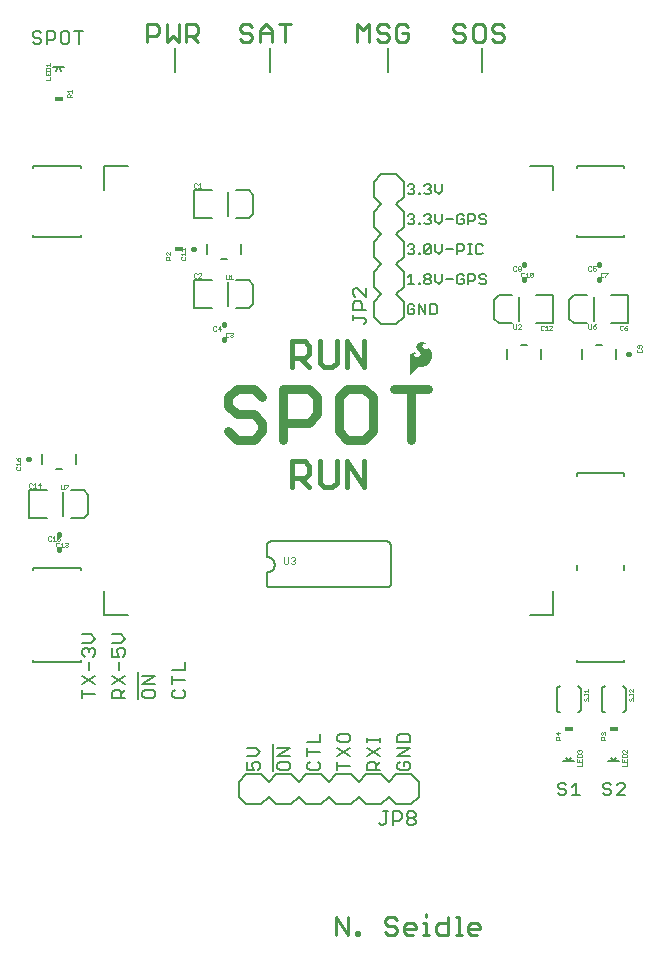
<source format=gbr>
G04 EAGLE Gerber RS-274X export*
G75*
%MOMM*%
%FSLAX34Y34*%
%LPD*%
%INSilkscreen Top*%
%IPPOS*%
%AMOC8*
5,1,8,0,0,1.08239X$1,22.5*%
G01*
%ADD10C,0.279400*%
%ADD11C,0.203200*%
%ADD12C,0.152400*%
%ADD13C,0.406400*%
%ADD14C,0.025400*%
%ADD15C,0.127000*%
%ADD16R,0.711200X0.406400*%
%ADD17C,0.762000*%
%ADD18C,0.381000*%
%ADD19C,0.050800*%

G36*
X342910Y373281D02*
X342910Y373281D01*
X342914Y373279D01*
X342984Y373315D01*
X342994Y373320D01*
X342995Y373321D01*
X347867Y378803D01*
X348721Y379585D01*
X349711Y380174D01*
X350062Y380301D01*
X350430Y380366D01*
X352705Y380366D01*
X352710Y380368D01*
X352716Y380366D01*
X354080Y380490D01*
X354090Y380496D01*
X354102Y380494D01*
X355421Y380862D01*
X355429Y380870D01*
X355442Y380871D01*
X356672Y381471D01*
X356679Y381478D01*
X356690Y381481D01*
X357847Y382298D01*
X357852Y382306D01*
X357861Y382309D01*
X358892Y383281D01*
X358895Y383289D01*
X358901Y383291D01*
X358902Y383293D01*
X358904Y383294D01*
X359789Y384401D01*
X359791Y384411D01*
X359800Y384418D01*
X360747Y386099D01*
X360748Y386110D01*
X360756Y386120D01*
X361384Y387944D01*
X361383Y387955D01*
X361390Y387966D01*
X361678Y389873D01*
X361675Y389884D01*
X361680Y389896D01*
X361678Y389948D01*
X361670Y390200D01*
X361666Y390326D01*
X361666Y390327D01*
X361658Y390579D01*
X361650Y390832D01*
X361646Y390958D01*
X361638Y391210D01*
X361627Y391589D01*
X361619Y391824D01*
X361615Y391833D01*
X361617Y391845D01*
X361410Y392884D01*
X361405Y392892D01*
X361405Y392903D01*
X361047Y393900D01*
X361041Y393907D01*
X361040Y393918D01*
X360538Y394852D01*
X360529Y394859D01*
X360526Y394871D01*
X359619Y396008D01*
X359608Y396014D01*
X359601Y396027D01*
X358475Y396948D01*
X358432Y396960D01*
X358391Y396976D01*
X358386Y396974D01*
X358380Y396975D01*
X358342Y396954D01*
X358302Y396935D01*
X358299Y396929D01*
X358295Y396927D01*
X358287Y396898D01*
X358269Y396850D01*
X358269Y395970D01*
X358253Y395850D01*
X358209Y395747D01*
X357935Y395407D01*
X357574Y395159D01*
X357400Y395094D01*
X356862Y395036D01*
X356332Y395134D01*
X355844Y395383D01*
X354942Y396034D01*
X354530Y396388D01*
X354179Y396798D01*
X353896Y397256D01*
X353690Y397750D01*
X353631Y398050D01*
X353643Y398353D01*
X353800Y398872D01*
X354086Y399332D01*
X354481Y399702D01*
X354962Y399957D01*
X355452Y400096D01*
X355963Y400153D01*
X356566Y400153D01*
X356567Y400153D01*
X356589Y400162D01*
X356657Y400191D01*
X356692Y400283D01*
X356688Y400292D01*
X356654Y400368D01*
X356652Y400371D01*
X356651Y400372D01*
X356650Y400373D01*
X356629Y400393D01*
X356622Y400396D01*
X356618Y400404D01*
X356183Y400742D01*
X356168Y400746D01*
X356156Y400758D01*
X355652Y400979D01*
X355651Y400979D01*
X355295Y401131D01*
X355067Y401232D01*
X355057Y401233D01*
X355047Y401239D01*
X354169Y401459D01*
X354160Y401458D01*
X354150Y401462D01*
X353250Y401548D01*
X353240Y401544D01*
X353228Y401548D01*
X352360Y401482D01*
X352349Y401476D01*
X352336Y401477D01*
X351496Y401246D01*
X351486Y401238D01*
X351473Y401237D01*
X350693Y400849D01*
X350686Y400841D01*
X350675Y400838D01*
X349898Y400278D01*
X349894Y400271D01*
X349885Y400267D01*
X349189Y399609D01*
X349184Y399598D01*
X349173Y399590D01*
X348742Y398987D01*
X348739Y398972D01*
X348727Y398959D01*
X348460Y398267D01*
X348460Y398251D01*
X348452Y398236D01*
X348365Y397499D01*
X348370Y397484D01*
X348366Y397467D01*
X348465Y396732D01*
X348473Y396719D01*
X348473Y396702D01*
X348753Y396014D01*
X348762Y396005D01*
X348765Y395991D01*
X349952Y394233D01*
X349960Y394228D01*
X349964Y394217D01*
X351417Y392676D01*
X351787Y392241D01*
X352027Y391738D01*
X352129Y391190D01*
X352086Y390634D01*
X351900Y390109D01*
X351585Y389649D01*
X351160Y389284D01*
X350617Y388991D01*
X350031Y388793D01*
X349421Y388696D01*
X348710Y388731D01*
X348032Y388938D01*
X347426Y389303D01*
X347113Y389631D01*
X346907Y390035D01*
X346814Y390451D01*
X346814Y390879D01*
X346907Y391294D01*
X346979Y391432D01*
X347097Y391546D01*
X347921Y392145D01*
X348054Y392216D01*
X348192Y392244D01*
X348350Y392228D01*
X348393Y392242D01*
X348438Y392253D01*
X348440Y392257D01*
X348444Y392258D01*
X348464Y392299D01*
X348487Y392338D01*
X348486Y392342D01*
X348488Y392346D01*
X348473Y392389D01*
X348460Y392433D01*
X348457Y392435D01*
X348456Y392439D01*
X348418Y392458D01*
X348382Y392479D01*
X347899Y392555D01*
X347894Y392554D01*
X347889Y392556D01*
X346949Y392629D01*
X346940Y392626D01*
X346929Y392629D01*
X345989Y392556D01*
X345979Y392551D01*
X345967Y392552D01*
X345268Y392368D01*
X345258Y392360D01*
X345244Y392359D01*
X344596Y392038D01*
X344588Y392029D01*
X344574Y392025D01*
X344004Y391580D01*
X343998Y391569D01*
X343986Y391563D01*
X343516Y391013D01*
X343512Y391001D01*
X343501Y390992D01*
X343100Y390260D01*
X343099Y390247D01*
X343090Y390236D01*
X342850Y389437D01*
X342851Y389424D01*
X342845Y389411D01*
X342775Y388580D01*
X342777Y388574D01*
X342775Y388569D01*
X342775Y373405D01*
X342777Y373400D01*
X342775Y373396D01*
X342796Y373356D01*
X342813Y373314D01*
X342818Y373313D01*
X342820Y373308D01*
X342863Y373295D01*
X342905Y373279D01*
X342910Y373281D01*
G37*
D10*
X280797Y-100203D02*
X280797Y-85204D01*
X290796Y-100203D01*
X290796Y-85204D01*
X297169Y-97703D02*
X297169Y-100203D01*
X297169Y-97703D02*
X299668Y-97703D01*
X299668Y-100203D01*
X297169Y-100203D01*
X329225Y-85204D02*
X331725Y-87704D01*
X329225Y-85204D02*
X324226Y-85204D01*
X321726Y-87704D01*
X321726Y-90204D01*
X324226Y-92704D01*
X329225Y-92704D01*
X331725Y-95203D01*
X331725Y-97703D01*
X329225Y-100203D01*
X324226Y-100203D01*
X321726Y-97703D01*
X340597Y-100203D02*
X345597Y-100203D01*
X340597Y-100203D02*
X338097Y-97703D01*
X338097Y-92704D01*
X340597Y-90204D01*
X345597Y-90204D01*
X348097Y-92704D01*
X348097Y-95203D01*
X338097Y-95203D01*
X354469Y-90204D02*
X356969Y-90204D01*
X356969Y-100203D01*
X354469Y-100203D02*
X359469Y-100203D01*
X356969Y-85204D02*
X356969Y-82704D01*
X375383Y-85204D02*
X375383Y-100203D01*
X367883Y-100203D01*
X365383Y-97703D01*
X365383Y-92704D01*
X367883Y-90204D01*
X375383Y-90204D01*
X381755Y-85204D02*
X384255Y-85204D01*
X384255Y-100203D01*
X381755Y-100203D02*
X386755Y-100203D01*
X395169Y-100203D02*
X400169Y-100203D01*
X395169Y-100203D02*
X392669Y-97703D01*
X392669Y-92704D01*
X395169Y-90204D01*
X400169Y-90204D01*
X402669Y-92704D01*
X402669Y-95203D01*
X392669Y-95203D01*
D11*
X30994Y662694D02*
X29215Y664473D01*
X25656Y664473D01*
X23876Y662694D01*
X23876Y660914D01*
X25656Y659135D01*
X29215Y659135D01*
X30994Y657355D01*
X30994Y655576D01*
X29215Y653796D01*
X25656Y653796D01*
X23876Y655576D01*
X35570Y653796D02*
X35570Y664473D01*
X40909Y664473D01*
X42688Y662694D01*
X42688Y659135D01*
X40909Y657355D01*
X35570Y657355D01*
X49043Y664473D02*
X52603Y664473D01*
X49043Y664473D02*
X47264Y662694D01*
X47264Y655576D01*
X49043Y653796D01*
X52603Y653796D01*
X54382Y655576D01*
X54382Y662694D01*
X52603Y664473D01*
X62517Y664473D02*
X62517Y653796D01*
X58958Y664473D02*
X66076Y664473D01*
X334256Y46234D02*
X332477Y44455D01*
X332477Y40896D01*
X334256Y39116D01*
X341375Y39116D01*
X343154Y40896D01*
X343154Y44455D01*
X341375Y46234D01*
X337815Y46234D01*
X337815Y42675D01*
X332477Y50810D02*
X343154Y50810D01*
X343154Y57928D02*
X332477Y50810D01*
X332477Y57928D02*
X343154Y57928D01*
X343154Y62504D02*
X332477Y62504D01*
X343154Y62504D02*
X343154Y67843D01*
X341375Y69622D01*
X334256Y69622D01*
X332477Y67843D01*
X332477Y62504D01*
X292354Y42675D02*
X281677Y42675D01*
X281677Y39116D02*
X281677Y46234D01*
X281677Y50810D02*
X292354Y57928D01*
X292354Y50810D02*
X281677Y57928D01*
X281677Y64283D02*
X281677Y67843D01*
X281677Y64283D02*
X283456Y62504D01*
X290575Y62504D01*
X292354Y64283D01*
X292354Y67843D01*
X290575Y69622D01*
X283456Y69622D01*
X281677Y67843D01*
X307077Y39116D02*
X317754Y39116D01*
X307077Y39116D02*
X307077Y44455D01*
X308856Y46234D01*
X312415Y46234D01*
X314195Y44455D01*
X314195Y39116D01*
X314195Y42675D02*
X317754Y46234D01*
X307077Y50810D02*
X317754Y57928D01*
X317754Y50810D02*
X307077Y57928D01*
X317754Y62504D02*
X317754Y66063D01*
X317754Y64283D02*
X307077Y64283D01*
X307077Y62504D02*
X307077Y66063D01*
X258056Y46234D02*
X256277Y44455D01*
X256277Y40896D01*
X258056Y39116D01*
X265175Y39116D01*
X266954Y40896D01*
X266954Y44455D01*
X265175Y46234D01*
X266954Y54369D02*
X256277Y54369D01*
X256277Y50810D02*
X256277Y57928D01*
X256277Y62504D02*
X266954Y62504D01*
X266954Y69622D01*
X226822Y61488D02*
X226822Y38100D01*
X230877Y40896D02*
X230877Y44455D01*
X230877Y40896D02*
X232656Y39116D01*
X239775Y39116D01*
X241554Y40896D01*
X241554Y44455D01*
X239775Y46234D01*
X232656Y46234D01*
X230877Y44455D01*
X230877Y50810D02*
X241554Y50810D01*
X241554Y57928D02*
X230877Y50810D01*
X230877Y57928D02*
X241554Y57928D01*
X205477Y46234D02*
X205477Y39116D01*
X210815Y39116D01*
X209036Y42675D01*
X209036Y44455D01*
X210815Y46234D01*
X214375Y46234D01*
X216154Y44455D01*
X216154Y40896D01*
X214375Y39116D01*
X212595Y50810D02*
X205477Y50810D01*
X212595Y50810D02*
X216154Y54369D01*
X212595Y57928D01*
X205477Y57928D01*
D12*
X346884Y432145D02*
X345444Y433585D01*
X342563Y433585D01*
X341122Y432145D01*
X341122Y426383D01*
X342563Y424942D01*
X345444Y424942D01*
X346884Y426383D01*
X346884Y429264D01*
X344003Y429264D01*
X350477Y433585D02*
X350477Y424942D01*
X356239Y424942D02*
X350477Y433585D01*
X356239Y433585D02*
X356239Y424942D01*
X359832Y424942D02*
X359832Y433585D01*
X359832Y424942D02*
X364154Y424942D01*
X365595Y426383D01*
X365595Y432145D01*
X364154Y433585D01*
X359832Y433585D01*
X341122Y456104D02*
X344003Y458985D01*
X344003Y450342D01*
X341122Y450342D02*
X346884Y450342D01*
X350477Y450342D02*
X350477Y451783D01*
X351918Y451783D01*
X351918Y450342D01*
X350477Y450342D01*
X355155Y457545D02*
X356595Y458985D01*
X359476Y458985D01*
X360917Y457545D01*
X360917Y456104D01*
X359476Y454664D01*
X360917Y453223D01*
X360917Y451783D01*
X359476Y450342D01*
X356595Y450342D01*
X355155Y451783D01*
X355155Y453223D01*
X356595Y454664D01*
X355155Y456104D01*
X355155Y457545D01*
X356595Y454664D02*
X359476Y454664D01*
X364510Y453223D02*
X364510Y458985D01*
X364510Y453223D02*
X367391Y450342D01*
X370272Y453223D01*
X370272Y458985D01*
X373865Y454664D02*
X379627Y454664D01*
X387542Y458985D02*
X388983Y457545D01*
X387542Y458985D02*
X384661Y458985D01*
X383220Y457545D01*
X383220Y451783D01*
X384661Y450342D01*
X387542Y450342D01*
X388983Y451783D01*
X388983Y454664D01*
X386101Y454664D01*
X392576Y450342D02*
X392576Y458985D01*
X396897Y458985D01*
X398338Y457545D01*
X398338Y454664D01*
X396897Y453223D01*
X392576Y453223D01*
X406252Y458985D02*
X407693Y457545D01*
X406252Y458985D02*
X403371Y458985D01*
X401931Y457545D01*
X401931Y456104D01*
X403371Y454664D01*
X406252Y454664D01*
X407693Y453223D01*
X407693Y451783D01*
X406252Y450342D01*
X403371Y450342D01*
X401931Y451783D01*
X342563Y484385D02*
X341122Y482945D01*
X342563Y484385D02*
X345444Y484385D01*
X346884Y482945D01*
X346884Y481504D01*
X345444Y480064D01*
X344003Y480064D01*
X345444Y480064D02*
X346884Y478623D01*
X346884Y477183D01*
X345444Y475742D01*
X342563Y475742D01*
X341122Y477183D01*
X350477Y477183D02*
X350477Y475742D01*
X350477Y477183D02*
X351918Y477183D01*
X351918Y475742D01*
X350477Y475742D01*
X355155Y477183D02*
X355155Y482945D01*
X356595Y484385D01*
X359476Y484385D01*
X360917Y482945D01*
X360917Y477183D01*
X359476Y475742D01*
X356595Y475742D01*
X355155Y477183D01*
X360917Y482945D01*
X364510Y484385D02*
X364510Y478623D01*
X367391Y475742D01*
X370272Y478623D01*
X370272Y484385D01*
X373865Y480064D02*
X379627Y480064D01*
X383220Y484385D02*
X383220Y475742D01*
X383220Y484385D02*
X387542Y484385D01*
X388983Y482945D01*
X388983Y480064D01*
X387542Y478623D01*
X383220Y478623D01*
X392576Y475742D02*
X395457Y475742D01*
X394016Y475742D02*
X394016Y484385D01*
X392576Y484385D02*
X395457Y484385D01*
X403134Y484385D02*
X404575Y482945D01*
X403134Y484385D02*
X400253Y484385D01*
X398812Y482945D01*
X398812Y477183D01*
X400253Y475742D01*
X403134Y475742D01*
X404575Y477183D01*
X342563Y535185D02*
X341122Y533745D01*
X342563Y535185D02*
X345444Y535185D01*
X346884Y533745D01*
X346884Y532304D01*
X345444Y530864D01*
X344003Y530864D01*
X345444Y530864D02*
X346884Y529423D01*
X346884Y527983D01*
X345444Y526542D01*
X342563Y526542D01*
X341122Y527983D01*
X350477Y527983D02*
X350477Y526542D01*
X350477Y527983D02*
X351918Y527983D01*
X351918Y526542D01*
X350477Y526542D01*
X355155Y533745D02*
X356595Y535185D01*
X359476Y535185D01*
X360917Y533745D01*
X360917Y532304D01*
X359476Y530864D01*
X358036Y530864D01*
X359476Y530864D02*
X360917Y529423D01*
X360917Y527983D01*
X359476Y526542D01*
X356595Y526542D01*
X355155Y527983D01*
X364510Y529423D02*
X364510Y535185D01*
X364510Y529423D02*
X367391Y526542D01*
X370272Y529423D01*
X370272Y535185D01*
D11*
X101854Y100076D02*
X91177Y100076D01*
X91177Y105415D01*
X92956Y107194D01*
X96515Y107194D01*
X98295Y105415D01*
X98295Y100076D01*
X98295Y103635D02*
X101854Y107194D01*
X91177Y111770D02*
X101854Y118888D01*
X101854Y111770D02*
X91177Y118888D01*
X96515Y123464D02*
X96515Y130582D01*
X91177Y135158D02*
X91177Y142276D01*
X91177Y135158D02*
X96515Y135158D01*
X94736Y138717D01*
X94736Y140496D01*
X96515Y142276D01*
X100075Y142276D01*
X101854Y140496D01*
X101854Y136937D01*
X100075Y135158D01*
X98295Y146852D02*
X91177Y146852D01*
X98295Y146852D02*
X101854Y150411D01*
X98295Y153970D01*
X91177Y153970D01*
X76454Y103635D02*
X65777Y103635D01*
X65777Y100076D02*
X65777Y107194D01*
X65777Y111770D02*
X76454Y118888D01*
X76454Y111770D02*
X65777Y118888D01*
X71115Y123464D02*
X71115Y130582D01*
X67556Y135158D02*
X65777Y136937D01*
X65777Y140496D01*
X67556Y142276D01*
X69336Y142276D01*
X71115Y140496D01*
X71115Y138717D01*
X71115Y140496D02*
X72895Y142276D01*
X74675Y142276D01*
X76454Y140496D01*
X76454Y136937D01*
X74675Y135158D01*
X72895Y146852D02*
X65777Y146852D01*
X72895Y146852D02*
X76454Y150411D01*
X72895Y153970D01*
X65777Y153970D01*
X112522Y122448D02*
X112522Y99060D01*
X116577Y101856D02*
X116577Y105415D01*
X116577Y101856D02*
X118356Y100076D01*
X125475Y100076D01*
X127254Y101856D01*
X127254Y105415D01*
X125475Y107194D01*
X118356Y107194D01*
X116577Y105415D01*
X116577Y111770D02*
X127254Y111770D01*
X127254Y118888D02*
X116577Y111770D01*
X116577Y118888D02*
X127254Y118888D01*
X141977Y105415D02*
X143756Y107194D01*
X141977Y105415D02*
X141977Y101856D01*
X143756Y100076D01*
X150875Y100076D01*
X152654Y101856D01*
X152654Y105415D01*
X150875Y107194D01*
X152654Y115329D02*
X141977Y115329D01*
X141977Y111770D02*
X141977Y118888D01*
X141977Y123464D02*
X152654Y123464D01*
X152654Y130582D01*
D12*
X341122Y508345D02*
X342563Y509785D01*
X345444Y509785D01*
X346884Y508345D01*
X346884Y506904D01*
X345444Y505464D01*
X344003Y505464D01*
X345444Y505464D02*
X346884Y504023D01*
X346884Y502583D01*
X345444Y501142D01*
X342563Y501142D01*
X341122Y502583D01*
X350477Y502583D02*
X350477Y501142D01*
X350477Y502583D02*
X351918Y502583D01*
X351918Y501142D01*
X350477Y501142D01*
X355155Y508345D02*
X356595Y509785D01*
X359476Y509785D01*
X360917Y508345D01*
X360917Y506904D01*
X359476Y505464D01*
X358036Y505464D01*
X359476Y505464D02*
X360917Y504023D01*
X360917Y502583D01*
X359476Y501142D01*
X356595Y501142D01*
X355155Y502583D01*
X364510Y504023D02*
X364510Y509785D01*
X364510Y504023D02*
X367391Y501142D01*
X370272Y504023D01*
X370272Y509785D01*
X373865Y505464D02*
X379627Y505464D01*
X387542Y509785D02*
X388983Y508345D01*
X387542Y509785D02*
X384661Y509785D01*
X383220Y508345D01*
X383220Y502583D01*
X384661Y501142D01*
X387542Y501142D01*
X388983Y502583D01*
X388983Y505464D01*
X386101Y505464D01*
X392576Y501142D02*
X392576Y509785D01*
X396897Y509785D01*
X398338Y508345D01*
X398338Y505464D01*
X396897Y504023D01*
X392576Y504023D01*
X406252Y509785D02*
X407693Y508345D01*
X406252Y509785D02*
X403371Y509785D01*
X401931Y508345D01*
X401931Y506904D01*
X403371Y505464D01*
X406252Y505464D01*
X407693Y504023D01*
X407693Y502583D01*
X406252Y501142D01*
X403371Y501142D01*
X401931Y502583D01*
D11*
X473715Y28203D02*
X475494Y26424D01*
X473715Y28203D02*
X470156Y28203D01*
X468376Y26424D01*
X468376Y24644D01*
X470156Y22865D01*
X473715Y22865D01*
X475494Y21085D01*
X475494Y19306D01*
X473715Y17526D01*
X470156Y17526D01*
X468376Y19306D01*
X480070Y24644D02*
X483629Y28203D01*
X483629Y17526D01*
X480070Y17526D02*
X487188Y17526D01*
X511815Y28203D02*
X513594Y26424D01*
X511815Y28203D02*
X508256Y28203D01*
X506476Y26424D01*
X506476Y24644D01*
X508256Y22865D01*
X511815Y22865D01*
X513594Y21085D01*
X513594Y19306D01*
X511815Y17526D01*
X508256Y17526D01*
X506476Y19306D01*
X518170Y17526D02*
X525288Y17526D01*
X518170Y17526D02*
X525288Y24644D01*
X525288Y26424D01*
X523509Y28203D01*
X519949Y28203D01*
X518170Y26424D01*
D13*
X185420Y416255D02*
X185420Y416865D01*
D14*
X188859Y409451D02*
X189495Y408816D01*
X188859Y409451D02*
X187588Y409451D01*
X186953Y408816D01*
X186953Y406274D01*
X187588Y405638D01*
X188859Y405638D01*
X189495Y406274D01*
X190695Y408816D02*
X191330Y409451D01*
X192602Y409451D01*
X193237Y408816D01*
X193237Y408180D01*
X192602Y407545D01*
X191966Y407545D01*
X192602Y407545D02*
X193237Y406909D01*
X193237Y406274D01*
X192602Y405638D01*
X191330Y405638D01*
X190695Y406274D01*
D11*
X175420Y429960D02*
X160420Y429960D01*
X160420Y453960D01*
X175420Y453960D01*
X195420Y429960D02*
X206420Y429960D01*
X210420Y433960D01*
X210420Y449960D01*
X206420Y453960D01*
X195420Y453960D01*
D15*
X189230Y452120D02*
X189230Y431800D01*
D14*
X162689Y459075D02*
X162054Y459710D01*
X160783Y459710D01*
X160147Y459075D01*
X160147Y456533D01*
X160783Y455897D01*
X162054Y455897D01*
X162689Y456533D01*
X163889Y455897D02*
X166431Y455897D01*
X163889Y455897D02*
X166431Y458439D01*
X166431Y459075D01*
X165796Y459710D01*
X164525Y459710D01*
X163889Y459075D01*
D16*
X45720Y607060D03*
D14*
X52829Y608593D02*
X56642Y608593D01*
X52829Y608593D02*
X52829Y610499D01*
X53464Y611135D01*
X54735Y611135D01*
X55371Y610499D01*
X55371Y608593D01*
X55371Y609864D02*
X56642Y611135D01*
X54100Y612335D02*
X52829Y613606D01*
X56642Y613606D01*
X56642Y612335D02*
X56642Y614877D01*
D11*
X50320Y634160D02*
X45720Y634160D01*
X41120Y634160D01*
X45720Y634160D02*
X48058Y631060D01*
X45466Y634006D02*
X43536Y631060D01*
D14*
X38608Y623697D02*
X34795Y623697D01*
X38608Y623697D02*
X38608Y626239D01*
X34795Y627439D02*
X34795Y629981D01*
X34795Y627439D02*
X38608Y627439D01*
X38608Y629981D01*
X36701Y628710D02*
X36701Y627439D01*
X34795Y631181D02*
X38608Y631181D01*
X38608Y633088D01*
X37972Y633723D01*
X35430Y633723D01*
X34795Y633088D01*
X34795Y631181D01*
X36066Y634923D02*
X34795Y636194D01*
X38608Y636194D01*
X38608Y634923D02*
X38608Y637465D01*
D13*
X185420Y404165D02*
X185420Y403555D01*
D14*
X179199Y414150D02*
X178564Y414785D01*
X177293Y414785D01*
X176657Y414150D01*
X176657Y411608D01*
X177293Y410972D01*
X178564Y410972D01*
X179199Y411608D01*
X182306Y410972D02*
X182306Y414785D01*
X180399Y412879D01*
X182941Y412879D01*
D11*
X171196Y475766D02*
X171196Y484354D01*
X199644Y484354D02*
X199644Y475766D01*
X188104Y471956D02*
X182736Y471956D01*
D14*
X186953Y458346D02*
X186953Y455169D01*
X187588Y454533D01*
X188859Y454533D01*
X189495Y455169D01*
X189495Y458346D01*
X190695Y457075D02*
X191966Y458346D01*
X191966Y454533D01*
X190695Y454533D02*
X193237Y454533D01*
D11*
X175420Y506160D02*
X160420Y506160D01*
X160420Y530160D01*
X175420Y530160D01*
X195420Y506160D02*
X206420Y506160D01*
X210420Y510160D01*
X210420Y526160D01*
X206420Y530160D01*
X195420Y530160D01*
D15*
X189230Y528320D02*
X189230Y508000D01*
D14*
X162689Y535275D02*
X162054Y535910D01*
X160783Y535910D01*
X160147Y535275D01*
X160147Y532733D01*
X160783Y532097D01*
X162054Y532097D01*
X162689Y532733D01*
X163889Y534639D02*
X165160Y535910D01*
X165160Y532097D01*
X163889Y532097D02*
X166431Y532097D01*
D11*
X484320Y130360D02*
X524320Y130360D01*
X524320Y132360D01*
X484320Y132360D02*
X484320Y130360D01*
X484320Y290360D02*
X524320Y290360D01*
X484320Y290360D02*
X484320Y288360D01*
X524320Y288360D02*
X524320Y290360D01*
X484320Y212360D02*
X484320Y208360D01*
X524320Y208360D02*
X524320Y212360D01*
X64320Y210360D02*
X24320Y210360D01*
X24320Y208360D01*
X64320Y208360D02*
X64320Y210360D01*
X64320Y130360D02*
X24320Y130360D01*
X64320Y130360D02*
X64320Y132360D01*
X24320Y132360D02*
X24320Y130360D01*
X24320Y490360D02*
X64320Y490360D01*
X64320Y492360D01*
X24320Y492360D02*
X24320Y490360D01*
X24320Y550360D02*
X64320Y550360D01*
X24320Y550360D02*
X24320Y548360D01*
X64320Y548360D02*
X64320Y550360D01*
X484320Y490360D02*
X524320Y490360D01*
X524320Y492360D01*
X484320Y492360D02*
X484320Y490360D01*
X484320Y550360D02*
X524320Y550360D01*
X484320Y550360D02*
X484320Y548360D01*
X524320Y548360D02*
X524320Y550360D01*
X224320Y630360D02*
X224320Y650360D01*
X324320Y650360D02*
X324320Y630360D01*
X404320Y630360D02*
X404320Y650360D01*
X144320Y650360D02*
X144320Y630360D01*
X84320Y550360D02*
X84320Y530360D01*
X84320Y550360D02*
X104320Y550360D01*
X444320Y550360D02*
X464320Y550360D01*
X464320Y530360D01*
X464320Y190360D02*
X464320Y170360D01*
X444320Y170360D01*
X104320Y170360D02*
X84320Y170360D01*
X84320Y190360D01*
D10*
X120777Y655447D02*
X120777Y670446D01*
X128276Y670446D01*
X130776Y667946D01*
X130776Y662946D01*
X128276Y660447D01*
X120777Y660447D01*
X137149Y655447D02*
X137149Y670446D01*
X142148Y660447D02*
X137149Y655447D01*
X142148Y660447D02*
X147148Y655447D01*
X147148Y670446D01*
X153520Y670446D02*
X153520Y655447D01*
X153520Y670446D02*
X161020Y670446D01*
X163519Y667946D01*
X163519Y662946D01*
X161020Y660447D01*
X153520Y660447D01*
X158520Y660447D02*
X163519Y655447D01*
X207016Y670446D02*
X209516Y667946D01*
X207016Y670446D02*
X202017Y670446D01*
X199517Y667946D01*
X199517Y665446D01*
X202017Y662946D01*
X207016Y662946D01*
X209516Y660447D01*
X209516Y657947D01*
X207016Y655447D01*
X202017Y655447D01*
X199517Y657947D01*
X215889Y655447D02*
X215889Y665446D01*
X220888Y670446D01*
X225888Y665446D01*
X225888Y655447D01*
X225888Y662946D02*
X215889Y662946D01*
X237260Y655447D02*
X237260Y670446D01*
X242259Y670446D02*
X232260Y670446D01*
X298577Y670446D02*
X298577Y655447D01*
X303577Y665446D02*
X298577Y670446D01*
X303577Y665446D02*
X308576Y670446D01*
X308576Y655447D01*
X322448Y670446D02*
X324948Y667946D01*
X322448Y670446D02*
X317448Y670446D01*
X314949Y667946D01*
X314949Y665446D01*
X317448Y662946D01*
X322448Y662946D01*
X324948Y660447D01*
X324948Y657947D01*
X322448Y655447D01*
X317448Y655447D01*
X314949Y657947D01*
X338820Y670446D02*
X341319Y667946D01*
X338820Y670446D02*
X333820Y670446D01*
X331320Y667946D01*
X331320Y657947D01*
X333820Y655447D01*
X338820Y655447D01*
X341319Y657947D01*
X341319Y662946D01*
X336320Y662946D01*
X387356Y670446D02*
X389856Y667946D01*
X387356Y670446D02*
X382357Y670446D01*
X379857Y667946D01*
X379857Y665446D01*
X382357Y662946D01*
X387356Y662946D01*
X389856Y660447D01*
X389856Y657947D01*
X387356Y655447D01*
X382357Y655447D01*
X379857Y657947D01*
X398728Y670446D02*
X403728Y670446D01*
X398728Y670446D02*
X396229Y667946D01*
X396229Y657947D01*
X398728Y655447D01*
X403728Y655447D01*
X406228Y657947D01*
X406228Y667946D01*
X403728Y670446D01*
X420100Y670446D02*
X422599Y667946D01*
X420100Y670446D02*
X415100Y670446D01*
X412600Y667946D01*
X412600Y665446D01*
X415100Y662946D01*
X420100Y662946D01*
X422599Y660447D01*
X422599Y657947D01*
X420100Y655447D01*
X415100Y655447D01*
X412600Y657947D01*
D17*
X210838Y361987D02*
X218041Y354784D01*
X210838Y361987D02*
X196433Y361987D01*
X189230Y354784D01*
X189230Y347581D01*
X196433Y340378D01*
X210838Y340378D01*
X218041Y333176D01*
X218041Y325973D01*
X210838Y318770D01*
X196433Y318770D01*
X189230Y325973D01*
X236006Y318770D02*
X236006Y361987D01*
X257614Y361987D01*
X264817Y354784D01*
X264817Y340378D01*
X257614Y333176D01*
X236006Y333176D01*
X289985Y361987D02*
X304390Y361987D01*
X289985Y361987D02*
X282782Y354784D01*
X282782Y325973D01*
X289985Y318770D01*
X304390Y318770D01*
X311593Y325973D01*
X311593Y354784D01*
X304390Y361987D01*
X343964Y361987D02*
X343964Y318770D01*
X329558Y361987D02*
X358369Y361987D01*
D18*
X243205Y380365D02*
X243205Y401973D01*
X254009Y401973D01*
X257611Y398372D01*
X257611Y391169D01*
X254009Y387568D01*
X243205Y387568D01*
X250408Y387568D02*
X257611Y380365D01*
X266593Y383966D02*
X266593Y401973D01*
X266593Y383966D02*
X270194Y380365D01*
X277397Y380365D01*
X280999Y383966D01*
X280999Y401973D01*
X289981Y401973D02*
X289981Y380365D01*
X304387Y380365D02*
X289981Y401973D01*
X304387Y401973D02*
X304387Y380365D01*
X243205Y300373D02*
X243205Y278765D01*
X243205Y300373D02*
X254009Y300373D01*
X257611Y296772D01*
X257611Y289569D01*
X254009Y285968D01*
X243205Y285968D01*
X250408Y285968D02*
X257611Y278765D01*
X266593Y282366D02*
X266593Y300373D01*
X266593Y282366D02*
X270194Y278765D01*
X277397Y278765D01*
X280999Y282366D01*
X280999Y300373D01*
X289981Y300373D02*
X289981Y278765D01*
X304387Y278765D02*
X289981Y300373D01*
X304387Y300373D02*
X304387Y278765D01*
D13*
X502920Y454355D02*
X502920Y454965D01*
D14*
X496699Y464950D02*
X496064Y465585D01*
X494793Y465585D01*
X494157Y464950D01*
X494157Y462408D01*
X494793Y461772D01*
X496064Y461772D01*
X496699Y462408D01*
X497899Y465585D02*
X500441Y465585D01*
X497899Y465585D02*
X497899Y463679D01*
X499170Y464314D01*
X499806Y464314D01*
X500441Y463679D01*
X500441Y462408D01*
X499806Y461772D01*
X498535Y461772D01*
X497899Y462408D01*
D11*
X512920Y441260D02*
X527920Y441260D01*
X527920Y417260D01*
X512920Y417260D01*
X492920Y441260D02*
X481920Y441260D01*
X477920Y437260D01*
X477920Y421260D01*
X481920Y417260D01*
X492920Y417260D01*
D15*
X499110Y419100D02*
X499110Y439420D01*
D14*
X522869Y415326D02*
X523505Y414691D01*
X522869Y415326D02*
X521598Y415326D01*
X520963Y414691D01*
X520963Y412149D01*
X521598Y411513D01*
X522869Y411513D01*
X523505Y412149D01*
X525976Y414691D02*
X527247Y415326D01*
X525976Y414691D02*
X524705Y413420D01*
X524705Y412149D01*
X525340Y411513D01*
X526612Y411513D01*
X527247Y412149D01*
X527247Y412784D01*
X526612Y413420D01*
X524705Y413420D01*
D13*
X502920Y467055D02*
X502920Y467665D01*
D14*
X506359Y460251D02*
X506995Y459616D01*
X506359Y460251D02*
X505088Y460251D01*
X504453Y459616D01*
X504453Y457074D01*
X505088Y456438D01*
X506359Y456438D01*
X506995Y457074D01*
X508195Y460251D02*
X510737Y460251D01*
X510737Y459616D01*
X508195Y457074D01*
X508195Y456438D01*
D13*
X439420Y454965D02*
X439420Y454355D01*
D14*
X433199Y464950D02*
X432564Y465585D01*
X431293Y465585D01*
X430657Y464950D01*
X430657Y462408D01*
X431293Y461772D01*
X432564Y461772D01*
X433199Y462408D01*
X434399Y464950D02*
X435035Y465585D01*
X436306Y465585D01*
X436941Y464950D01*
X436941Y464314D01*
X436306Y463679D01*
X436941Y463043D01*
X436941Y462408D01*
X436306Y461772D01*
X435035Y461772D01*
X434399Y462408D01*
X434399Y463043D01*
X435035Y463679D01*
X434399Y464314D01*
X434399Y464950D01*
X435035Y463679D02*
X436306Y463679D01*
D13*
X439420Y467055D02*
X439420Y467665D01*
D14*
X439117Y460251D02*
X439753Y459616D01*
X439117Y460251D02*
X437846Y460251D01*
X437211Y459616D01*
X437211Y457074D01*
X437846Y456438D01*
X439117Y456438D01*
X439753Y457074D01*
X440953Y458980D02*
X442224Y460251D01*
X442224Y456438D01*
X440953Y456438D02*
X443495Y456438D01*
X444695Y457074D02*
X444695Y459616D01*
X445330Y460251D01*
X446602Y460251D01*
X447237Y459616D01*
X447237Y457074D01*
X446602Y456438D01*
X445330Y456438D01*
X444695Y457074D01*
X447237Y459616D01*
D11*
X517144Y395454D02*
X517144Y386866D01*
X488696Y386866D02*
X488696Y395454D01*
X500236Y399264D02*
X505604Y399264D01*
D14*
X494157Y413513D02*
X494157Y416690D01*
X494157Y413513D02*
X494793Y412877D01*
X496064Y412877D01*
X496699Y413513D01*
X496699Y416690D01*
X499170Y416055D02*
X500441Y416690D01*
X499170Y416055D02*
X497899Y414784D01*
X497899Y413513D01*
X498535Y412877D01*
X499806Y412877D01*
X500441Y413513D01*
X500441Y414148D01*
X499806Y414784D01*
X497899Y414784D01*
D13*
X528015Y391160D02*
X528625Y391160D01*
D14*
X535429Y394599D02*
X536064Y395235D01*
X535429Y394599D02*
X535429Y393328D01*
X536064Y392693D01*
X538606Y392693D01*
X539242Y393328D01*
X539242Y394599D01*
X538606Y395235D01*
X538606Y396435D02*
X539242Y397070D01*
X539242Y398342D01*
X538606Y398977D01*
X536064Y398977D01*
X535429Y398342D01*
X535429Y397070D01*
X536064Y396435D01*
X536700Y396435D01*
X537335Y397070D01*
X537335Y398977D01*
D11*
X453644Y395454D02*
X453644Y386866D01*
X425196Y386866D02*
X425196Y395454D01*
X436736Y399264D02*
X442104Y399264D01*
D14*
X430657Y413513D02*
X430657Y416690D01*
X430657Y413513D02*
X431293Y412877D01*
X432564Y412877D01*
X433199Y413513D01*
X433199Y416690D01*
X434399Y412877D02*
X436941Y412877D01*
X434399Y412877D02*
X436941Y415419D01*
X436941Y416055D01*
X436306Y416690D01*
X435035Y416690D01*
X434399Y416055D01*
D13*
X160325Y480060D02*
X159715Y480060D01*
D14*
X149730Y473839D02*
X149095Y473204D01*
X149095Y471933D01*
X149730Y471297D01*
X152272Y471297D01*
X152908Y471933D01*
X152908Y473204D01*
X152272Y473839D01*
X150366Y475039D02*
X149095Y476310D01*
X152908Y476310D01*
X152908Y475039D02*
X152908Y477581D01*
X150366Y478781D02*
X149095Y480052D01*
X152908Y480052D01*
X152908Y478781D02*
X152908Y481323D01*
D11*
X223520Y16510D02*
X217170Y10160D01*
X204470Y10160D01*
X198120Y16510D01*
X198120Y29210D02*
X204470Y35560D01*
X217170Y35560D01*
X223520Y29210D01*
X255270Y10160D02*
X267970Y10160D01*
X255270Y10160D02*
X248920Y16510D01*
X248920Y29210D02*
X255270Y35560D01*
X248920Y16510D02*
X242570Y10160D01*
X229870Y10160D01*
X223520Y16510D01*
X223520Y29210D02*
X229870Y35560D01*
X242570Y35560D01*
X248920Y29210D01*
X293370Y10160D02*
X299720Y16510D01*
X293370Y10160D02*
X280670Y10160D01*
X274320Y16510D01*
X274320Y29210D02*
X280670Y35560D01*
X293370Y35560D01*
X299720Y29210D01*
X274320Y16510D02*
X267970Y10160D01*
X274320Y29210D02*
X267970Y35560D01*
X255270Y35560D01*
X331470Y10160D02*
X344170Y10160D01*
X331470Y10160D02*
X325120Y16510D01*
X325120Y29210D02*
X331470Y35560D01*
X325120Y16510D02*
X318770Y10160D01*
X306070Y10160D01*
X299720Y16510D01*
X299720Y29210D02*
X306070Y35560D01*
X318770Y35560D01*
X325120Y29210D01*
X350520Y29210D02*
X350520Y16510D01*
X344170Y10160D01*
X350520Y29210D02*
X344170Y35560D01*
X331470Y35560D01*
X198120Y29210D02*
X198120Y16510D01*
D15*
X316835Y-5586D02*
X318742Y-7493D01*
X320648Y-7493D01*
X322555Y-5586D01*
X322555Y3947D01*
X320648Y3947D02*
X324462Y3947D01*
X328529Y3947D02*
X328529Y-7493D01*
X328529Y3947D02*
X334249Y3947D01*
X336156Y2040D01*
X336156Y-1773D01*
X334249Y-3680D01*
X328529Y-3680D01*
X340223Y2040D02*
X342130Y3947D01*
X345943Y3947D01*
X347849Y2040D01*
X347849Y134D01*
X345943Y-1773D01*
X347849Y-3680D01*
X347849Y-5586D01*
X345943Y-7493D01*
X342130Y-7493D01*
X340223Y-5586D01*
X340223Y-3680D01*
X342130Y-1773D01*
X340223Y134D01*
X340223Y2040D01*
X342130Y-1773D02*
X345943Y-1773D01*
D16*
X147320Y480060D03*
D14*
X140208Y471297D02*
X136395Y471297D01*
X136395Y473204D01*
X137030Y473839D01*
X138301Y473839D01*
X138937Y473204D01*
X138937Y471297D01*
X138937Y472568D02*
X140208Y473839D01*
X140208Y475039D02*
X140208Y477581D01*
X140208Y475039D02*
X137666Y477581D01*
X137030Y477581D01*
X136395Y476946D01*
X136395Y475675D01*
X137030Y475039D01*
D11*
X449420Y441260D02*
X464420Y441260D01*
X464420Y417260D01*
X449420Y417260D01*
X429420Y441260D02*
X418420Y441260D01*
X414420Y437260D01*
X414420Y421260D01*
X418420Y417260D01*
X429420Y417260D01*
D15*
X435610Y419100D02*
X435610Y439420D01*
D14*
X455627Y415326D02*
X456263Y414691D01*
X455627Y415326D02*
X454356Y415326D01*
X453721Y414691D01*
X453721Y412149D01*
X454356Y411513D01*
X455627Y411513D01*
X456263Y412149D01*
X457463Y414055D02*
X458734Y415326D01*
X458734Y411513D01*
X457463Y411513D02*
X460005Y411513D01*
X461205Y411513D02*
X463747Y411513D01*
X461205Y411513D02*
X463747Y414055D01*
X463747Y414691D01*
X463112Y415326D01*
X461840Y415326D01*
X461205Y414691D01*
D11*
X323088Y232823D02*
X225552Y232823D01*
X324088Y193897D02*
X324201Y193916D01*
X324313Y193938D01*
X324424Y193965D01*
X324534Y193995D01*
X324643Y194030D01*
X324751Y194068D01*
X324858Y194109D01*
X324963Y194154D01*
X325066Y194203D01*
X325168Y194255D01*
X325268Y194311D01*
X325366Y194370D01*
X325461Y194432D01*
X325555Y194498D01*
X325646Y194567D01*
X325735Y194638D01*
X325822Y194713D01*
X325906Y194791D01*
X325987Y194871D01*
X326065Y194955D01*
X326141Y195041D01*
X326213Y195129D01*
X326282Y195220D01*
X326349Y195313D01*
X326412Y195408D01*
X326472Y195506D01*
X326528Y195605D01*
X326581Y195706D01*
X326630Y195810D01*
X326676Y195914D01*
X326719Y196020D01*
X326757Y196128D01*
X326792Y196237D01*
X326824Y196347D01*
X326851Y196458D01*
X326875Y196570D01*
X326895Y196682D01*
X326911Y196795D01*
X326923Y196909D01*
X326931Y197023D01*
X326935Y197137D01*
X326936Y197252D01*
X326932Y197366D01*
X326925Y197480D01*
X326914Y197594D01*
X326898Y197707D01*
X225552Y232823D02*
X225422Y232806D01*
X225293Y232785D01*
X225164Y232760D01*
X225036Y232732D01*
X224909Y232699D01*
X224783Y232663D01*
X224658Y232622D01*
X224535Y232578D01*
X224413Y232531D01*
X224292Y232479D01*
X224173Y232425D01*
X224056Y232366D01*
X223941Y232304D01*
X223827Y232239D01*
X223715Y232170D01*
X223606Y232097D01*
X223499Y232022D01*
X223394Y231943D01*
X223292Y231861D01*
X223192Y231776D01*
X223095Y231689D01*
X223000Y231598D01*
X222908Y231504D01*
X222819Y231408D01*
X222733Y231309D01*
X222651Y231208D01*
X222571Y231104D01*
X222494Y230997D01*
X222421Y230889D01*
X222351Y230778D01*
X222284Y230665D01*
X222221Y230550D01*
X222161Y230434D01*
X222105Y230315D01*
X222052Y230195D01*
X222003Y230074D01*
X221958Y229951D01*
X221916Y229826D01*
X221878Y229701D01*
X221845Y229574D01*
X221814Y229447D01*
X221788Y229318D01*
X221766Y229189D01*
X221747Y229059D01*
X221733Y228929D01*
X221722Y228798D01*
X221716Y228667D01*
X221713Y228536D01*
X221714Y228405D01*
X221720Y228274D01*
X221729Y228144D01*
X221742Y228013D01*
X323088Y232823D02*
X323210Y232821D01*
X323332Y232815D01*
X323454Y232805D01*
X323575Y232792D01*
X323696Y232774D01*
X323816Y232753D01*
X323936Y232728D01*
X324055Y232699D01*
X324172Y232666D01*
X324289Y232629D01*
X324404Y232589D01*
X324518Y232545D01*
X324630Y232497D01*
X324741Y232446D01*
X324850Y232391D01*
X324958Y232333D01*
X325063Y232271D01*
X325167Y232206D01*
X325268Y232138D01*
X325367Y232067D01*
X325464Y231992D01*
X325558Y231914D01*
X325650Y231834D01*
X325739Y231750D01*
X325825Y231664D01*
X325909Y231575D01*
X325989Y231483D01*
X326067Y231389D01*
X326142Y231292D01*
X326213Y231193D01*
X326281Y231092D01*
X326346Y230988D01*
X326408Y230883D01*
X326466Y230775D01*
X326521Y230666D01*
X326572Y230555D01*
X326620Y230443D01*
X326664Y230329D01*
X326704Y230214D01*
X326741Y230097D01*
X326774Y229980D01*
X326803Y229861D01*
X326828Y229741D01*
X326849Y229621D01*
X326867Y229500D01*
X326880Y229379D01*
X326890Y229257D01*
X326896Y229135D01*
X326898Y229013D01*
X225553Y193897D02*
X225439Y193882D01*
X225325Y193870D01*
X225211Y193863D01*
X225097Y193859D01*
X224983Y193860D01*
X224868Y193864D01*
X224754Y193872D01*
X224641Y193884D01*
X224528Y193900D01*
X224415Y193920D01*
X224303Y193944D01*
X224192Y193971D01*
X224082Y194002D01*
X223973Y194037D01*
X223866Y194076D01*
X223759Y194118D01*
X223655Y194164D01*
X223552Y194214D01*
X223450Y194267D01*
X223351Y194323D01*
X223253Y194383D01*
X223158Y194446D01*
X223065Y194512D01*
X222974Y194582D01*
X222886Y194654D01*
X222800Y194730D01*
X222717Y194808D01*
X222636Y194889D01*
X222558Y194973D01*
X222484Y195059D01*
X222412Y195148D01*
X222343Y195240D01*
X222277Y195333D01*
X222215Y195429D01*
X222156Y195527D01*
X222100Y195627D01*
X222048Y195729D01*
X222000Y195832D01*
X221954Y195937D01*
X221913Y196044D01*
X221875Y196152D01*
X221841Y196261D01*
X221811Y196371D01*
X221784Y196482D01*
X221761Y196594D01*
X221742Y196707D01*
X225552Y193897D02*
X324088Y193897D01*
X326898Y197707D02*
X326898Y229013D01*
X222250Y219456D02*
X222408Y219454D01*
X222567Y219448D01*
X222725Y219438D01*
X222882Y219424D01*
X223040Y219407D01*
X223196Y219385D01*
X223353Y219360D01*
X223508Y219330D01*
X223663Y219297D01*
X223817Y219260D01*
X223970Y219219D01*
X224122Y219174D01*
X224272Y219125D01*
X224422Y219073D01*
X224570Y219017D01*
X224717Y218957D01*
X224862Y218894D01*
X225005Y218827D01*
X225147Y218757D01*
X225287Y218683D01*
X225425Y218605D01*
X225561Y218524D01*
X225695Y218440D01*
X225827Y218353D01*
X225957Y218262D01*
X226084Y218168D01*
X226209Y218071D01*
X226332Y217970D01*
X226452Y217867D01*
X226569Y217761D01*
X226684Y217652D01*
X226796Y217540D01*
X226905Y217425D01*
X227011Y217308D01*
X227114Y217188D01*
X227215Y217065D01*
X227312Y216940D01*
X227406Y216813D01*
X227497Y216683D01*
X227584Y216551D01*
X227668Y216417D01*
X227749Y216281D01*
X227827Y216143D01*
X227901Y216003D01*
X227971Y215861D01*
X228038Y215718D01*
X228101Y215573D01*
X228161Y215426D01*
X228217Y215278D01*
X228269Y215128D01*
X228318Y214978D01*
X228363Y214826D01*
X228404Y214673D01*
X228441Y214519D01*
X228474Y214364D01*
X228504Y214209D01*
X228529Y214052D01*
X228551Y213896D01*
X228568Y213738D01*
X228582Y213581D01*
X228592Y213423D01*
X228598Y213264D01*
X228600Y213106D01*
X228598Y212948D01*
X228592Y212789D01*
X228582Y212631D01*
X228568Y212474D01*
X228551Y212316D01*
X228529Y212160D01*
X228504Y212003D01*
X228474Y211848D01*
X228441Y211693D01*
X228404Y211539D01*
X228363Y211386D01*
X228318Y211234D01*
X228269Y211084D01*
X228217Y210934D01*
X228161Y210786D01*
X228101Y210639D01*
X228038Y210494D01*
X227971Y210351D01*
X227901Y210209D01*
X227827Y210069D01*
X227749Y209931D01*
X227668Y209795D01*
X227584Y209661D01*
X227497Y209529D01*
X227406Y209399D01*
X227312Y209272D01*
X227215Y209147D01*
X227114Y209024D01*
X227011Y208904D01*
X226905Y208787D01*
X226796Y208672D01*
X226684Y208560D01*
X226569Y208451D01*
X226452Y208345D01*
X226332Y208242D01*
X226209Y208141D01*
X226084Y208044D01*
X225957Y207950D01*
X225827Y207859D01*
X225695Y207772D01*
X225561Y207688D01*
X225425Y207607D01*
X225287Y207529D01*
X225147Y207455D01*
X225005Y207385D01*
X224862Y207318D01*
X224717Y207255D01*
X224570Y207195D01*
X224422Y207139D01*
X224272Y207087D01*
X224122Y207038D01*
X223970Y206993D01*
X223817Y206952D01*
X223663Y206915D01*
X223508Y206882D01*
X223353Y206852D01*
X223196Y206827D01*
X223040Y206805D01*
X222882Y206788D01*
X222725Y206774D01*
X222567Y206764D01*
X222408Y206758D01*
X222250Y206756D01*
X221742Y219456D02*
X221742Y227886D01*
X221742Y206756D02*
X221742Y196707D01*
D19*
X236474Y214546D02*
X236474Y219207D01*
X236474Y214546D02*
X237406Y213614D01*
X239270Y213614D01*
X240203Y214546D01*
X240203Y219207D01*
X242087Y218275D02*
X243019Y219207D01*
X244883Y219207D01*
X245816Y218275D01*
X245816Y217343D01*
X244883Y216410D01*
X243951Y216410D01*
X244883Y216410D02*
X245816Y215478D01*
X245816Y214546D01*
X244883Y213614D01*
X243019Y213614D01*
X242087Y214546D01*
D13*
X45720Y238455D02*
X45720Y239065D01*
D14*
X45417Y231651D02*
X46053Y231016D01*
X45417Y231651D02*
X44146Y231651D01*
X43511Y231016D01*
X43511Y228474D01*
X44146Y227838D01*
X45417Y227838D01*
X46053Y228474D01*
X47253Y230380D02*
X48524Y231651D01*
X48524Y227838D01*
X47253Y227838D02*
X49795Y227838D01*
X50995Y231016D02*
X51630Y231651D01*
X52902Y231651D01*
X53537Y231016D01*
X53537Y230380D01*
X52902Y229745D01*
X52266Y229745D01*
X52902Y229745D02*
X53537Y229109D01*
X53537Y228474D01*
X52902Y227838D01*
X51630Y227838D01*
X50995Y228474D01*
D11*
X35720Y252160D02*
X20720Y252160D01*
X20720Y276160D01*
X35720Y276160D01*
X55720Y252160D02*
X66720Y252160D01*
X70720Y256160D01*
X70720Y272160D01*
X66720Y276160D01*
X55720Y276160D01*
D15*
X49530Y274320D02*
X49530Y254000D01*
D14*
X22989Y281275D02*
X22354Y281910D01*
X21083Y281910D01*
X20447Y281275D01*
X20447Y278733D01*
X21083Y278097D01*
X22354Y278097D01*
X22989Y278733D01*
X24189Y280639D02*
X25460Y281910D01*
X25460Y278097D01*
X24189Y278097D02*
X26731Y278097D01*
X29838Y278097D02*
X29838Y281910D01*
X27931Y280004D01*
X30473Y280004D01*
D13*
X45720Y226365D02*
X45720Y225755D01*
D14*
X39499Y236350D02*
X38864Y236985D01*
X37593Y236985D01*
X36957Y236350D01*
X36957Y233808D01*
X37593Y233172D01*
X38864Y233172D01*
X39499Y233808D01*
X40699Y235714D02*
X41970Y236985D01*
X41970Y233172D01*
X40699Y233172D02*
X43241Y233172D01*
X44441Y236985D02*
X46983Y236985D01*
X44441Y236985D02*
X44441Y235079D01*
X45712Y235714D01*
X46348Y235714D01*
X46983Y235079D01*
X46983Y233808D01*
X46348Y233172D01*
X45077Y233172D01*
X44441Y233808D01*
D11*
X31496Y297966D02*
X31496Y306554D01*
X59944Y306554D02*
X59944Y297966D01*
X48404Y294156D02*
X43036Y294156D01*
D14*
X47253Y280546D02*
X47253Y277369D01*
X47888Y276733D01*
X49159Y276733D01*
X49795Y277369D01*
X49795Y280546D01*
X50995Y280546D02*
X53537Y280546D01*
X53537Y279911D01*
X50995Y277369D01*
X50995Y276733D01*
D13*
X20625Y302260D02*
X20015Y302260D01*
D14*
X10030Y296039D02*
X9395Y295404D01*
X9395Y294133D01*
X10030Y293497D01*
X12572Y293497D01*
X13208Y294133D01*
X13208Y295404D01*
X12572Y296039D01*
X10666Y297239D02*
X9395Y298510D01*
X13208Y298510D01*
X13208Y297239D02*
X13208Y299781D01*
X10030Y302252D02*
X9395Y303523D01*
X10030Y302252D02*
X11301Y300981D01*
X12572Y300981D01*
X13208Y301617D01*
X13208Y302888D01*
X12572Y303523D01*
X11937Y303523D01*
X11301Y302888D01*
X11301Y300981D01*
D11*
X312420Y499110D02*
X312420Y511810D01*
X318770Y518160D01*
X331470Y518160D02*
X337820Y511810D01*
X318770Y518160D02*
X312420Y524510D01*
X312420Y537210D01*
X318770Y543560D01*
X331470Y543560D02*
X337820Y537210D01*
X337820Y524510D01*
X331470Y518160D01*
X312420Y473710D02*
X318770Y467360D01*
X312420Y473710D02*
X312420Y486410D01*
X318770Y492760D01*
X331470Y492760D02*
X337820Y486410D01*
X337820Y473710D01*
X331470Y467360D01*
X318770Y492760D02*
X312420Y499110D01*
X331470Y492760D02*
X337820Y499110D01*
X337820Y511810D01*
X312420Y435610D02*
X312420Y422910D01*
X312420Y435610D02*
X318770Y441960D01*
X331470Y441960D02*
X337820Y435610D01*
X318770Y441960D02*
X312420Y448310D01*
X312420Y461010D01*
X318770Y467360D01*
X331470Y467360D02*
X337820Y461010D01*
X337820Y448310D01*
X331470Y441960D01*
X331470Y416560D02*
X318770Y416560D01*
X312420Y422910D01*
X331470Y416560D02*
X337820Y422910D01*
X337820Y435610D01*
X331470Y543560D02*
X318770Y543560D01*
D15*
X306197Y418340D02*
X304290Y416433D01*
X306197Y418340D02*
X306197Y420246D01*
X304290Y422153D01*
X294757Y422153D01*
X294757Y420246D02*
X294757Y424060D01*
X294757Y428127D02*
X306197Y428127D01*
X294757Y428127D02*
X294757Y433847D01*
X296664Y435753D01*
X300477Y435753D01*
X302384Y433847D01*
X302384Y428127D01*
X306197Y439821D02*
X306197Y447447D01*
X306197Y439821D02*
X298571Y447447D01*
X296664Y447447D01*
X294757Y445541D01*
X294757Y441728D01*
X296664Y439821D01*
D16*
X515620Y73660D03*
D14*
X508508Y64897D02*
X504695Y64897D01*
X504695Y66804D01*
X505330Y67439D01*
X506601Y67439D01*
X507237Y66804D01*
X507237Y64897D01*
X507237Y66168D02*
X508508Y67439D01*
X505330Y68639D02*
X504695Y69275D01*
X504695Y70546D01*
X505330Y71181D01*
X505966Y71181D01*
X506601Y70546D01*
X506601Y69910D01*
X506601Y70546D02*
X507237Y71181D01*
X507872Y71181D01*
X508508Y70546D01*
X508508Y69275D01*
X507872Y68639D01*
D16*
X477520Y73660D03*
D14*
X470408Y64897D02*
X466595Y64897D01*
X466595Y66804D01*
X467230Y67439D01*
X468501Y67439D01*
X469137Y66804D01*
X469137Y64897D01*
X469137Y66168D02*
X470408Y67439D01*
X470408Y70546D02*
X466595Y70546D01*
X468501Y68639D01*
X468501Y71181D01*
D11*
X511020Y46560D02*
X515620Y46560D01*
X520220Y46560D01*
X515620Y46560D02*
X513282Y49660D01*
X515874Y46714D02*
X517804Y49660D01*
D14*
X522729Y42309D02*
X526542Y42309D01*
X526542Y44851D01*
X522729Y46051D02*
X522729Y48593D01*
X522729Y46051D02*
X526542Y46051D01*
X526542Y48593D01*
X524635Y47322D02*
X524635Y46051D01*
X522729Y49793D02*
X526542Y49793D01*
X526542Y51699D01*
X525906Y52335D01*
X523364Y52335D01*
X522729Y51699D01*
X522729Y49793D01*
X526542Y53535D02*
X526542Y56077D01*
X526542Y53535D02*
X524000Y56077D01*
X523364Y56077D01*
X522729Y55442D01*
X522729Y54170D01*
X523364Y53535D01*
D11*
X477520Y46560D02*
X472920Y46560D01*
X477520Y46560D02*
X482120Y46560D01*
X477520Y46560D02*
X475182Y49660D01*
X477774Y46714D02*
X479704Y49660D01*
D14*
X484629Y42309D02*
X488442Y42309D01*
X488442Y44851D01*
X484629Y46051D02*
X484629Y48593D01*
X484629Y46051D02*
X488442Y46051D01*
X488442Y48593D01*
X486535Y47322D02*
X486535Y46051D01*
X484629Y49793D02*
X488442Y49793D01*
X488442Y51699D01*
X487806Y52335D01*
X485264Y52335D01*
X484629Y51699D01*
X484629Y49793D01*
X485264Y53535D02*
X484629Y54170D01*
X484629Y55442D01*
X485264Y56077D01*
X485900Y56077D01*
X486535Y55442D01*
X486535Y54806D01*
X486535Y55442D02*
X487171Y56077D01*
X487806Y56077D01*
X488442Y55442D01*
X488442Y54170D01*
X487806Y53535D01*
D11*
X467360Y90805D02*
X467360Y107315D01*
X485140Y88265D02*
X485240Y88267D01*
X485339Y88273D01*
X485439Y88283D01*
X485537Y88296D01*
X485636Y88314D01*
X485733Y88335D01*
X485829Y88360D01*
X485925Y88389D01*
X486019Y88422D01*
X486112Y88458D01*
X486203Y88498D01*
X486293Y88542D01*
X486381Y88589D01*
X486467Y88639D01*
X486551Y88693D01*
X486633Y88750D01*
X486712Y88810D01*
X486790Y88874D01*
X486864Y88940D01*
X486936Y89009D01*
X487005Y89081D01*
X487071Y89155D01*
X487135Y89233D01*
X487195Y89312D01*
X487252Y89394D01*
X487306Y89478D01*
X487356Y89564D01*
X487403Y89652D01*
X487447Y89742D01*
X487487Y89833D01*
X487523Y89926D01*
X487556Y90020D01*
X487585Y90116D01*
X487610Y90212D01*
X487631Y90309D01*
X487649Y90408D01*
X487662Y90506D01*
X487672Y90606D01*
X487678Y90705D01*
X487680Y90805D01*
X487680Y107315D02*
X487678Y107415D01*
X487672Y107514D01*
X487662Y107614D01*
X487649Y107712D01*
X487631Y107811D01*
X487610Y107908D01*
X487585Y108004D01*
X487556Y108100D01*
X487523Y108194D01*
X487487Y108287D01*
X487447Y108378D01*
X487403Y108468D01*
X487356Y108556D01*
X487306Y108642D01*
X487252Y108726D01*
X487195Y108808D01*
X487135Y108887D01*
X487071Y108965D01*
X487005Y109039D01*
X486936Y109111D01*
X486864Y109180D01*
X486790Y109246D01*
X486712Y109310D01*
X486633Y109370D01*
X486551Y109427D01*
X486467Y109481D01*
X486381Y109531D01*
X486293Y109578D01*
X486203Y109622D01*
X486112Y109662D01*
X486019Y109698D01*
X485925Y109731D01*
X485829Y109760D01*
X485733Y109785D01*
X485636Y109806D01*
X485537Y109824D01*
X485439Y109837D01*
X485339Y109847D01*
X485240Y109853D01*
X485140Y109855D01*
X469900Y109855D02*
X469800Y109853D01*
X469701Y109847D01*
X469601Y109837D01*
X469503Y109824D01*
X469404Y109806D01*
X469307Y109785D01*
X469211Y109760D01*
X469115Y109731D01*
X469021Y109698D01*
X468928Y109662D01*
X468837Y109622D01*
X468747Y109578D01*
X468659Y109531D01*
X468573Y109481D01*
X468489Y109427D01*
X468407Y109370D01*
X468328Y109310D01*
X468250Y109246D01*
X468176Y109180D01*
X468104Y109111D01*
X468035Y109039D01*
X467969Y108965D01*
X467905Y108887D01*
X467845Y108808D01*
X467788Y108726D01*
X467734Y108642D01*
X467684Y108556D01*
X467637Y108468D01*
X467593Y108378D01*
X467553Y108287D01*
X467517Y108194D01*
X467484Y108100D01*
X467455Y108004D01*
X467430Y107908D01*
X467409Y107811D01*
X467391Y107712D01*
X467378Y107614D01*
X467368Y107514D01*
X467362Y107415D01*
X467360Y107315D01*
X467360Y90805D02*
X467362Y90705D01*
X467368Y90606D01*
X467378Y90506D01*
X467391Y90408D01*
X467409Y90309D01*
X467430Y90212D01*
X467455Y90116D01*
X467484Y90020D01*
X467517Y89926D01*
X467553Y89833D01*
X467593Y89742D01*
X467637Y89652D01*
X467684Y89564D01*
X467734Y89478D01*
X467788Y89394D01*
X467845Y89312D01*
X467905Y89233D01*
X467969Y89155D01*
X468035Y89081D01*
X468104Y89009D01*
X468176Y88940D01*
X468250Y88874D01*
X468328Y88810D01*
X468407Y88750D01*
X468489Y88693D01*
X468573Y88639D01*
X468659Y88589D01*
X468747Y88542D01*
X468837Y88498D01*
X468928Y88458D01*
X469021Y88422D01*
X469115Y88389D01*
X469211Y88360D01*
X469307Y88335D01*
X469404Y88314D01*
X469503Y88296D01*
X469601Y88283D01*
X469701Y88273D01*
X469800Y88267D01*
X469900Y88265D01*
X487680Y90805D02*
X487680Y107315D01*
D14*
X490979Y100028D02*
X490344Y99392D01*
X490344Y98121D01*
X490979Y97486D01*
X491615Y97486D01*
X492250Y98121D01*
X492250Y99392D01*
X492886Y100028D01*
X493521Y100028D01*
X494157Y99392D01*
X494157Y98121D01*
X493521Y97486D01*
X493521Y101228D02*
X494157Y101863D01*
X494157Y102499D01*
X493521Y103134D01*
X490344Y103134D01*
X490344Y102499D02*
X490344Y103770D01*
X491615Y104970D02*
X490344Y106241D01*
X494157Y106241D01*
X494157Y104970D02*
X494157Y107512D01*
D11*
X505460Y107315D02*
X505460Y90805D01*
X523240Y88265D02*
X523340Y88267D01*
X523439Y88273D01*
X523539Y88283D01*
X523637Y88296D01*
X523736Y88314D01*
X523833Y88335D01*
X523929Y88360D01*
X524025Y88389D01*
X524119Y88422D01*
X524212Y88458D01*
X524303Y88498D01*
X524393Y88542D01*
X524481Y88589D01*
X524567Y88639D01*
X524651Y88693D01*
X524733Y88750D01*
X524812Y88810D01*
X524890Y88874D01*
X524964Y88940D01*
X525036Y89009D01*
X525105Y89081D01*
X525171Y89155D01*
X525235Y89233D01*
X525295Y89312D01*
X525352Y89394D01*
X525406Y89478D01*
X525456Y89564D01*
X525503Y89652D01*
X525547Y89742D01*
X525587Y89833D01*
X525623Y89926D01*
X525656Y90020D01*
X525685Y90116D01*
X525710Y90212D01*
X525731Y90309D01*
X525749Y90408D01*
X525762Y90506D01*
X525772Y90606D01*
X525778Y90705D01*
X525780Y90805D01*
X525780Y107315D02*
X525778Y107415D01*
X525772Y107514D01*
X525762Y107614D01*
X525749Y107712D01*
X525731Y107811D01*
X525710Y107908D01*
X525685Y108004D01*
X525656Y108100D01*
X525623Y108194D01*
X525587Y108287D01*
X525547Y108378D01*
X525503Y108468D01*
X525456Y108556D01*
X525406Y108642D01*
X525352Y108726D01*
X525295Y108808D01*
X525235Y108887D01*
X525171Y108965D01*
X525105Y109039D01*
X525036Y109111D01*
X524964Y109180D01*
X524890Y109246D01*
X524812Y109310D01*
X524733Y109370D01*
X524651Y109427D01*
X524567Y109481D01*
X524481Y109531D01*
X524393Y109578D01*
X524303Y109622D01*
X524212Y109662D01*
X524119Y109698D01*
X524025Y109731D01*
X523929Y109760D01*
X523833Y109785D01*
X523736Y109806D01*
X523637Y109824D01*
X523539Y109837D01*
X523439Y109847D01*
X523340Y109853D01*
X523240Y109855D01*
X508000Y109855D02*
X507900Y109853D01*
X507801Y109847D01*
X507701Y109837D01*
X507603Y109824D01*
X507504Y109806D01*
X507407Y109785D01*
X507311Y109760D01*
X507215Y109731D01*
X507121Y109698D01*
X507028Y109662D01*
X506937Y109622D01*
X506847Y109578D01*
X506759Y109531D01*
X506673Y109481D01*
X506589Y109427D01*
X506507Y109370D01*
X506428Y109310D01*
X506350Y109246D01*
X506276Y109180D01*
X506204Y109111D01*
X506135Y109039D01*
X506069Y108965D01*
X506005Y108887D01*
X505945Y108808D01*
X505888Y108726D01*
X505834Y108642D01*
X505784Y108556D01*
X505737Y108468D01*
X505693Y108378D01*
X505653Y108287D01*
X505617Y108194D01*
X505584Y108100D01*
X505555Y108004D01*
X505530Y107908D01*
X505509Y107811D01*
X505491Y107712D01*
X505478Y107614D01*
X505468Y107514D01*
X505462Y107415D01*
X505460Y107315D01*
X505460Y90805D02*
X505462Y90705D01*
X505468Y90606D01*
X505478Y90506D01*
X505491Y90408D01*
X505509Y90309D01*
X505530Y90212D01*
X505555Y90116D01*
X505584Y90020D01*
X505617Y89926D01*
X505653Y89833D01*
X505693Y89742D01*
X505737Y89652D01*
X505784Y89564D01*
X505834Y89478D01*
X505888Y89394D01*
X505945Y89312D01*
X506005Y89233D01*
X506069Y89155D01*
X506135Y89081D01*
X506204Y89009D01*
X506276Y88940D01*
X506350Y88874D01*
X506428Y88810D01*
X506507Y88750D01*
X506589Y88693D01*
X506673Y88639D01*
X506759Y88589D01*
X506847Y88542D01*
X506937Y88498D01*
X507028Y88458D01*
X507121Y88422D01*
X507215Y88389D01*
X507311Y88360D01*
X507407Y88335D01*
X507504Y88314D01*
X507603Y88296D01*
X507701Y88283D01*
X507801Y88273D01*
X507900Y88267D01*
X508000Y88265D01*
X525780Y90805D02*
X525780Y107315D01*
D14*
X529079Y100028D02*
X528444Y99392D01*
X528444Y98121D01*
X529079Y97486D01*
X529715Y97486D01*
X530350Y98121D01*
X530350Y99392D01*
X530986Y100028D01*
X531621Y100028D01*
X532257Y99392D01*
X532257Y98121D01*
X531621Y97486D01*
X531621Y101228D02*
X532257Y101863D01*
X532257Y102499D01*
X531621Y103134D01*
X528444Y103134D01*
X528444Y102499D02*
X528444Y103770D01*
X532257Y104970D02*
X532257Y107512D01*
X532257Y104970D02*
X529715Y107512D01*
X529079Y107512D01*
X528444Y106877D01*
X528444Y105605D01*
X529079Y104970D01*
M02*

</source>
